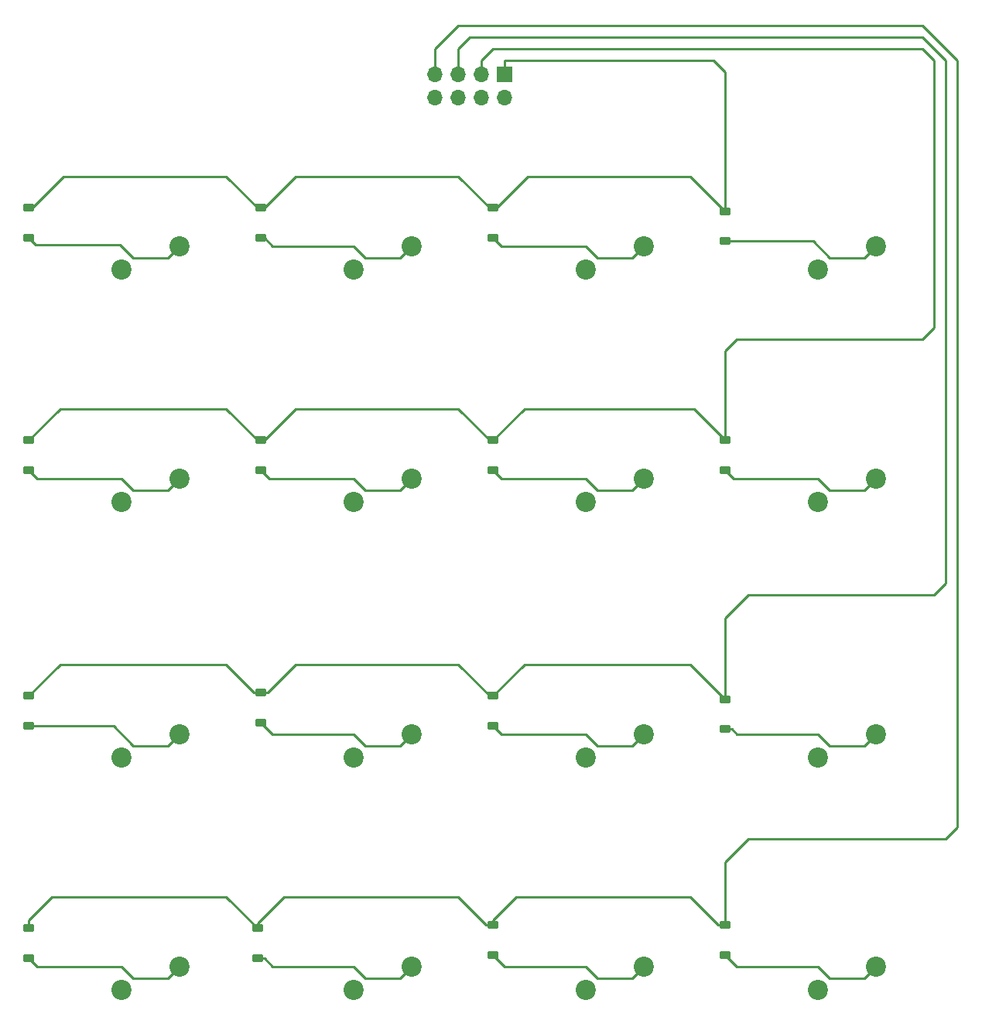
<source format=gbr>
%TF.GenerationSoftware,KiCad,Pcbnew,7.0.9-7.0.9~ubuntu22.04.1*%
%TF.CreationDate,2023-12-14T14:55:03+01:00*%
%TF.ProjectId,odooPad,6f646f6f-5061-4642-9e6b-696361645f70,rev?*%
%TF.SameCoordinates,Original*%
%TF.FileFunction,Copper,L2,Bot*%
%TF.FilePolarity,Positive*%
%FSLAX46Y46*%
G04 Gerber Fmt 4.6, Leading zero omitted, Abs format (unit mm)*
G04 Created by KiCad (PCBNEW 7.0.9-7.0.9~ubuntu22.04.1) date 2023-12-14 14:55:03*
%MOMM*%
%LPD*%
G01*
G04 APERTURE LIST*
G04 Aperture macros list*
%AMRoundRect*
0 Rectangle with rounded corners*
0 $1 Rounding radius*
0 $2 $3 $4 $5 $6 $7 $8 $9 X,Y pos of 4 corners*
0 Add a 4 corners polygon primitive as box body*
4,1,4,$2,$3,$4,$5,$6,$7,$8,$9,$2,$3,0*
0 Add four circle primitives for the rounded corners*
1,1,$1+$1,$2,$3*
1,1,$1+$1,$4,$5*
1,1,$1+$1,$6,$7*
1,1,$1+$1,$8,$9*
0 Add four rect primitives between the rounded corners*
20,1,$1+$1,$2,$3,$4,$5,0*
20,1,$1+$1,$4,$5,$6,$7,0*
20,1,$1+$1,$6,$7,$8,$9,0*
20,1,$1+$1,$8,$9,$2,$3,0*%
G04 Aperture macros list end*
%TA.AperFunction,ComponentPad*%
%ADD10R,1.700000X1.700000*%
%TD*%
%TA.AperFunction,ComponentPad*%
%ADD11O,1.700000X1.700000*%
%TD*%
%TA.AperFunction,ComponentPad*%
%ADD12C,2.200000*%
%TD*%
%TA.AperFunction,SMDPad,CuDef*%
%ADD13RoundRect,0.225000X-0.375000X0.225000X-0.375000X-0.225000X0.375000X-0.225000X0.375000X0.225000X0*%
%TD*%
%TA.AperFunction,Conductor*%
%ADD14C,0.250000*%
%TD*%
G04 APERTURE END LIST*
D10*
%TO.P,Connector1,1,Pin_1*%
%TO.N,Net-(Connector1-Pin_1)*%
X146050000Y-34560000D03*
D11*
%TO.P,Connector1,2,Pin_2*%
%TO.N,Net-(Connector1-Pin_2)*%
X146050000Y-37100000D03*
%TO.P,Connector1,3,Pin_3*%
%TO.N,Net-(Connector1-Pin_3)*%
X143510000Y-34560000D03*
%TO.P,Connector1,4,Pin_4*%
%TO.N,Net-(Connector1-Pin_4)*%
X143510000Y-37100000D03*
%TO.P,Connector1,5,Pin_5*%
%TO.N,Net-(Connector1-Pin_5)*%
X140970000Y-34560000D03*
%TO.P,Connector1,6,Pin_6*%
%TO.N,Net-(Connector1-Pin_6)*%
X140970000Y-37100000D03*
%TO.P,Connector1,7,Pin_7*%
%TO.N,Net-(Connector1-Pin_7)*%
X138430000Y-34560000D03*
%TO.P,Connector1,8,Pin_8*%
%TO.N,Net-(Connector1-Pin_8)*%
X138430000Y-37100000D03*
%TD*%
D12*
%TO.P,SW12,1,1*%
%TO.N,Net-(Connector1-Pin_4)*%
X154940000Y-134620000D03*
%TO.P,SW12,2,2*%
%TO.N,Net-(D12-A)*%
X161290000Y-132080000D03*
%TD*%
%TO.P,SW13,1,1*%
%TO.N,Net-(Connector1-Pin_2)*%
X180340000Y-55880000D03*
%TO.P,SW13,2,2*%
%TO.N,Net-(D13-A)*%
X186690000Y-53340000D03*
%TD*%
%TO.P,SW6,1,1*%
%TO.N,Net-(Connector1-Pin_6)*%
X129540000Y-81280000D03*
%TO.P,SW6,2,2*%
%TO.N,Net-(D6-A)*%
X135890000Y-78740000D03*
%TD*%
%TO.P,SW1,2,2*%
%TO.N,Net-(D1-A)*%
X110490000Y-53340000D03*
%TO.P,SW1,1,1*%
%TO.N,Net-(Connector1-Pin_8)*%
X104140000Y-55880000D03*
%TD*%
%TO.P,SW15,1,1*%
%TO.N,Net-(Connector1-Pin_2)*%
X180340000Y-109220000D03*
%TO.P,SW15,2,2*%
%TO.N,Net-(D15-A)*%
X186690000Y-106680000D03*
%TD*%
%TO.P,SW16,1,1*%
%TO.N,Net-(Connector1-Pin_2)*%
X180340000Y-134620000D03*
%TO.P,SW16,2,2*%
%TO.N,Net-(D16-A)*%
X186690000Y-132080000D03*
%TD*%
%TO.P,SW9,1,1*%
%TO.N,Net-(Connector1-Pin_4)*%
X154940000Y-55880000D03*
%TO.P,SW9,2,2*%
%TO.N,Net-(D9-A)*%
X161290000Y-53340000D03*
%TD*%
%TO.P,SW8,1,1*%
%TO.N,Net-(Connector1-Pin_6)*%
X129540000Y-134620000D03*
%TO.P,SW8,2,2*%
%TO.N,Net-(D8-A)*%
X135890000Y-132080000D03*
%TD*%
%TO.P,SW5,1,1*%
%TO.N,Net-(Connector1-Pin_6)*%
X129540000Y-55880000D03*
%TO.P,SW5,2,2*%
%TO.N,Net-(D5-A)*%
X135890000Y-53340000D03*
%TD*%
%TO.P,SW7,1,1*%
%TO.N,Net-(Connector1-Pin_6)*%
X129540000Y-109220000D03*
%TO.P,SW7,2,2*%
%TO.N,Net-(D7-A)*%
X135890000Y-106680000D03*
%TD*%
%TO.P,SW14,1,1*%
%TO.N,Net-(Connector1-Pin_2)*%
X180340000Y-81280000D03*
%TO.P,SW14,2,2*%
%TO.N,Net-(D14-A)*%
X186690000Y-78740000D03*
%TD*%
%TO.P,SW3,1,1*%
%TO.N,Net-(Connector1-Pin_8)*%
X104140000Y-109220000D03*
%TO.P,SW3,2,2*%
%TO.N,Net-(D3-A)*%
X110490000Y-106680000D03*
%TD*%
%TO.P,SW11,1,1*%
%TO.N,Net-(Connector1-Pin_4)*%
X154940000Y-109220000D03*
%TO.P,SW11,2,2*%
%TO.N,Net-(D11-A)*%
X161290000Y-106680000D03*
%TD*%
%TO.P,SW4,1,1*%
%TO.N,Net-(Connector1-Pin_8)*%
X104140000Y-134620000D03*
%TO.P,SW4,2,2*%
%TO.N,Net-(D4-A)*%
X110490000Y-132080000D03*
%TD*%
%TO.P,SW10,1,1*%
%TO.N,Net-(Connector1-Pin_4)*%
X154940000Y-81280000D03*
%TO.P,SW10,2,2*%
%TO.N,Net-(D10-A)*%
X161290000Y-78740000D03*
%TD*%
%TO.P,SW2,1,1*%
%TO.N,Net-(Connector1-Pin_8)*%
X104140000Y-81280000D03*
%TO.P,SW2,2,2*%
%TO.N,Net-(D2-A)*%
X110490000Y-78740000D03*
%TD*%
D13*
%TO.P,D9,1,K*%
%TO.N,Net-(Connector1-Pin_1)*%
X144780000Y-49150000D03*
%TO.P,D9,2,A*%
%TO.N,Net-(D9-A)*%
X144780000Y-52450000D03*
%TD*%
%TO.P,D6,1,K*%
%TO.N,Net-(Connector1-Pin_3)*%
X119380000Y-74550000D03*
%TO.P,D6,2,A*%
%TO.N,Net-(D6-A)*%
X119380000Y-77850000D03*
%TD*%
%TO.P,D3,1,K*%
%TO.N,Net-(Connector1-Pin_5)*%
X93980000Y-102490000D03*
%TO.P,D3,2,A*%
%TO.N,Net-(D3-A)*%
X93980000Y-105790000D03*
%TD*%
%TO.P,D15,1,K*%
%TO.N,Net-(Connector1-Pin_5)*%
X170180000Y-102870000D03*
%TO.P,D15,2,A*%
%TO.N,Net-(D15-A)*%
X170180000Y-106170000D03*
%TD*%
%TO.P,D5,2,A*%
%TO.N,Net-(D5-A)*%
X119380000Y-52450000D03*
%TO.P,D5,1,K*%
%TO.N,Net-(Connector1-Pin_1)*%
X119380000Y-49150000D03*
%TD*%
%TO.P,D10,1,K*%
%TO.N,Net-(Connector1-Pin_3)*%
X144780000Y-74550000D03*
%TO.P,D10,2,A*%
%TO.N,Net-(D10-A)*%
X144780000Y-77850000D03*
%TD*%
%TO.P,D16,1,K*%
%TO.N,Net-(Connector1-Pin_7)*%
X170180000Y-127510000D03*
%TO.P,D16,2,A*%
%TO.N,Net-(D16-A)*%
X170180000Y-130810000D03*
%TD*%
%TO.P,D8,1,K*%
%TO.N,Net-(Connector1-Pin_7)*%
X119000000Y-127890000D03*
%TO.P,D8,2,A*%
%TO.N,Net-(D8-A)*%
X119000000Y-131190000D03*
%TD*%
%TO.P,D11,1,K*%
%TO.N,Net-(Connector1-Pin_5)*%
X144780000Y-102490000D03*
%TO.P,D11,2,A*%
%TO.N,Net-(D11-A)*%
X144780000Y-105790000D03*
%TD*%
%TO.P,D1,2,A*%
%TO.N,Net-(D1-A)*%
X93980000Y-52450000D03*
%TO.P,D1,1,K*%
%TO.N,Net-(Connector1-Pin_1)*%
X93980000Y-49150000D03*
%TD*%
%TO.P,D12,1,K*%
%TO.N,Net-(Connector1-Pin_7)*%
X144780000Y-127510000D03*
%TO.P,D12,2,A*%
%TO.N,Net-(D12-A)*%
X144780000Y-130810000D03*
%TD*%
%TO.P,D13,1,K*%
%TO.N,Net-(Connector1-Pin_1)*%
X170180000Y-49530000D03*
%TO.P,D13,2,A*%
%TO.N,Net-(D13-A)*%
X170180000Y-52830000D03*
%TD*%
%TO.P,D7,1,K*%
%TO.N,Net-(Connector1-Pin_5)*%
X119380000Y-102110000D03*
%TO.P,D7,2,A*%
%TO.N,Net-(D7-A)*%
X119380000Y-105410000D03*
%TD*%
%TO.P,D4,1,K*%
%TO.N,Net-(Connector1-Pin_7)*%
X93980000Y-127890000D03*
%TO.P,D4,2,A*%
%TO.N,Net-(D4-A)*%
X93980000Y-131190000D03*
%TD*%
%TO.P,D14,1,K*%
%TO.N,Net-(Connector1-Pin_3)*%
X170180000Y-74550000D03*
%TO.P,D14,2,A*%
%TO.N,Net-(D14-A)*%
X170180000Y-77850000D03*
%TD*%
%TO.P,D2,1,K*%
%TO.N,Net-(Connector1-Pin_3)*%
X93980000Y-74550000D03*
%TO.P,D2,2,A*%
%TO.N,Net-(D2-A)*%
X93980000Y-77850000D03*
%TD*%
D14*
%TO.N,Net-(Connector1-Pin_1)*%
X170180000Y-49530000D02*
X170180000Y-34290000D01*
X170180000Y-34290000D02*
X168910000Y-33020000D01*
X146050000Y-33020000D02*
X146050000Y-34560000D01*
X168910000Y-33020000D02*
X146050000Y-33020000D01*
%TO.N,Net-(Connector1-Pin_3)*%
X170180000Y-74550000D02*
X170180000Y-64770000D01*
X170180000Y-64770000D02*
X171450000Y-63500000D01*
X191770000Y-31750000D02*
X144780000Y-31750000D01*
X171450000Y-63500000D02*
X191770000Y-63500000D01*
X191770000Y-63500000D02*
X193040000Y-62230000D01*
X193040000Y-62230000D02*
X193040000Y-33020000D01*
X193040000Y-33020000D02*
X191770000Y-31750000D01*
X144780000Y-31750000D02*
X143510000Y-33020000D01*
X143510000Y-33020000D02*
X143510000Y-34560000D01*
%TO.N,Net-(Connector1-Pin_5)*%
X170180000Y-102870000D02*
X170180000Y-93980000D01*
X170180000Y-93980000D02*
X172720000Y-91440000D01*
X172720000Y-91440000D02*
X193040000Y-91440000D01*
X193040000Y-91440000D02*
X194310000Y-90170000D01*
X194310000Y-90170000D02*
X194310000Y-33020000D01*
X194310000Y-33020000D02*
X191770000Y-30480000D01*
X191770000Y-30480000D02*
X142240000Y-30480000D01*
X142240000Y-30480000D02*
X140970000Y-31750000D01*
X140970000Y-31750000D02*
X140970000Y-34560000D01*
%TO.N,Net-(Connector1-Pin_7)*%
X170180000Y-127510000D02*
X170180000Y-120650000D01*
X194310000Y-118110000D02*
X195580000Y-116840000D01*
X170180000Y-120650000D02*
X172720000Y-118110000D01*
X172720000Y-118110000D02*
X194310000Y-118110000D01*
X195580000Y-116840000D02*
X195580000Y-33020000D01*
X140970000Y-29210000D02*
X138430000Y-31750000D01*
X195580000Y-33020000D02*
X191770000Y-29210000D01*
X191770000Y-29210000D02*
X140970000Y-29210000D01*
X138430000Y-31750000D02*
X138430000Y-34560000D01*
%TO.N,Net-(D1-A)*%
X93980000Y-52450000D02*
X94705000Y-53175000D01*
X103975000Y-53175000D02*
X105410000Y-54610000D01*
X105410000Y-54610000D02*
X109220000Y-54610000D01*
X109220000Y-54610000D02*
X110490000Y-53340000D01*
X94705000Y-53175000D02*
X103975000Y-53175000D01*
%TO.N,Net-(D2-A)*%
X104140000Y-78740000D02*
X94870000Y-78740000D01*
X109220000Y-80010000D02*
X105410000Y-80010000D01*
X105410000Y-80010000D02*
X104140000Y-78740000D01*
X94870000Y-78740000D02*
X93980000Y-77850000D01*
X110490000Y-78740000D02*
X109220000Y-80010000D01*
%TO.N,Net-(D3-A)*%
X103250000Y-105790000D02*
X93980000Y-105790000D01*
X109220000Y-107950000D02*
X105410000Y-107950000D01*
X110490000Y-106680000D02*
X109220000Y-107950000D01*
X105410000Y-107950000D02*
X103250000Y-105790000D01*
%TO.N,Net-(D4-A)*%
X109220000Y-133350000D02*
X105410000Y-133350000D01*
X110490000Y-132080000D02*
X109220000Y-133350000D01*
X94870000Y-132080000D02*
X93980000Y-131190000D01*
X104140000Y-132080000D02*
X94870000Y-132080000D01*
X105410000Y-133350000D02*
X104140000Y-132080000D01*
%TO.N,Net-(D5-A)*%
X120650000Y-53340000D02*
X129540000Y-53340000D01*
X134620000Y-54610000D02*
X135890000Y-53340000D01*
X119380000Y-52450000D02*
X119760000Y-52450000D01*
X129540000Y-53340000D02*
X130810000Y-54610000D01*
X130810000Y-54610000D02*
X134620000Y-54610000D01*
X119760000Y-52450000D02*
X120650000Y-53340000D01*
%TO.N,Net-(D6-A)*%
X120270000Y-78740000D02*
X119380000Y-77850000D01*
X130810000Y-80010000D02*
X129540000Y-78740000D01*
X135890000Y-78740000D02*
X134620000Y-80010000D01*
X129540000Y-78740000D02*
X120270000Y-78740000D01*
X134620000Y-80010000D02*
X130810000Y-80010000D01*
%TO.N,Net-(D7-A)*%
X120650000Y-106680000D02*
X119380000Y-105410000D01*
X134620000Y-107950000D02*
X130810000Y-107950000D01*
X130810000Y-107950000D02*
X129540000Y-106680000D01*
X135890000Y-106680000D02*
X134620000Y-107950000D01*
X129540000Y-106680000D02*
X120650000Y-106680000D01*
%TO.N,Net-(D8-A)*%
X130810000Y-133350000D02*
X129540000Y-132080000D01*
X134620000Y-133350000D02*
X130810000Y-133350000D01*
X120650000Y-132080000D02*
X119760000Y-131190000D01*
X119760000Y-131190000D02*
X119000000Y-131190000D01*
X135890000Y-132080000D02*
X134620000Y-133350000D01*
X129540000Y-132080000D02*
X120650000Y-132080000D01*
%TO.N,Net-(D9-A)*%
X145670000Y-53340000D02*
X154940000Y-53340000D01*
X154940000Y-53340000D02*
X156210000Y-54610000D01*
X144780000Y-52450000D02*
X145670000Y-53340000D01*
X156210000Y-54610000D02*
X160020000Y-54610000D01*
X160020000Y-54610000D02*
X161290000Y-53340000D01*
%TO.N,Net-(D10-A)*%
X154940000Y-78740000D02*
X145670000Y-78740000D01*
X156210000Y-80010000D02*
X154940000Y-78740000D01*
X160020000Y-80010000D02*
X156210000Y-80010000D01*
X145670000Y-78740000D02*
X144780000Y-77850000D01*
X161290000Y-78740000D02*
X160020000Y-80010000D01*
%TO.N,Net-(D11-A)*%
X156210000Y-107950000D02*
X154940000Y-106680000D01*
X154940000Y-106680000D02*
X145670000Y-106680000D01*
X160020000Y-107950000D02*
X156210000Y-107950000D01*
X145670000Y-106680000D02*
X144780000Y-105790000D01*
X161290000Y-106680000D02*
X160020000Y-107950000D01*
%TO.N,Net-(D12-A)*%
X146050000Y-132080000D02*
X144780000Y-130810000D01*
X160020000Y-133350000D02*
X156210000Y-133350000D01*
X156210000Y-133350000D02*
X154940000Y-132080000D01*
X154940000Y-132080000D02*
X146050000Y-132080000D01*
X161290000Y-132080000D02*
X160020000Y-133350000D01*
%TO.N,Net-(D13-A)*%
X181610000Y-54610000D02*
X179830000Y-52830000D01*
X185420000Y-54610000D02*
X181610000Y-54610000D01*
X186690000Y-53340000D02*
X185420000Y-54610000D01*
X179830000Y-52830000D02*
X170180000Y-52830000D01*
%TO.N,Net-(D14-A)*%
X180340000Y-78740000D02*
X171070000Y-78740000D01*
X186690000Y-78740000D02*
X185420000Y-80010000D01*
X181610000Y-80010000D02*
X180340000Y-78740000D01*
X171070000Y-78740000D02*
X170180000Y-77850000D01*
X185420000Y-80010000D02*
X181610000Y-80010000D01*
%TO.N,Net-(D15-A)*%
X185420000Y-107950000D02*
X181610000Y-107950000D01*
X186690000Y-106680000D02*
X185420000Y-107950000D01*
X180340000Y-106680000D02*
X171450000Y-106680000D01*
X170940000Y-106170000D02*
X170180000Y-106170000D01*
X171450000Y-106680000D02*
X170940000Y-106170000D01*
X181610000Y-107950000D02*
X180340000Y-106680000D01*
%TO.N,Net-(D16-A)*%
X186690000Y-132080000D02*
X185420000Y-133350000D01*
X180340000Y-132080000D02*
X171450000Y-132080000D01*
X181610000Y-133350000D02*
X180340000Y-132080000D01*
X185420000Y-133350000D02*
X181610000Y-133350000D01*
X171450000Y-132080000D02*
X170180000Y-130810000D01*
%TO.N,Net-(Connector1-Pin_7)*%
X169420000Y-127510000D02*
X170180000Y-127510000D01*
X144020000Y-127510000D02*
X144780000Y-127510000D01*
X93980000Y-127890000D02*
X93980000Y-127000000D01*
X93980000Y-127000000D02*
X96520000Y-124460000D01*
X166370000Y-124460000D02*
X169420000Y-127510000D01*
X119000000Y-127890000D02*
X119000000Y-127380000D01*
X121920000Y-124460000D02*
X140970000Y-124460000D01*
X147320000Y-124460000D02*
X166370000Y-124460000D01*
X144780000Y-127510000D02*
X144780000Y-127000000D01*
X119000000Y-127380000D02*
X121920000Y-124460000D01*
X115570000Y-124460000D02*
X119000000Y-127890000D01*
X144780000Y-127000000D02*
X147320000Y-124460000D01*
X140970000Y-124460000D02*
X144020000Y-127510000D01*
X96520000Y-124460000D02*
X115570000Y-124460000D01*
%TO.N,Net-(Connector1-Pin_5)*%
X119380000Y-102110000D02*
X120140000Y-102110000D01*
X140970000Y-99060000D02*
X144400000Y-102490000D01*
X148210000Y-99060000D02*
X166370000Y-99060000D01*
X144400000Y-102490000D02*
X144780000Y-102490000D01*
X120140000Y-102110000D02*
X123190000Y-99060000D01*
X118620000Y-102110000D02*
X119380000Y-102110000D01*
X123190000Y-99060000D02*
X140970000Y-99060000D01*
X115570000Y-99060000D02*
X118620000Y-102110000D01*
X97410000Y-99060000D02*
X115570000Y-99060000D01*
X144780000Y-102490000D02*
X148210000Y-99060000D01*
X166370000Y-99060000D02*
X170180000Y-102870000D01*
X93980000Y-102490000D02*
X97410000Y-99060000D01*
%TO.N,Net-(Connector1-Pin_3)*%
X148210000Y-71120000D02*
X166750000Y-71120000D01*
X166750000Y-71120000D02*
X170180000Y-74550000D01*
X119380000Y-74550000D02*
X119760000Y-74550000D01*
X140970000Y-71120000D02*
X144400000Y-74550000D01*
X93980000Y-74550000D02*
X97410000Y-71120000D01*
X97410000Y-71120000D02*
X115570000Y-71120000D01*
X144780000Y-74550000D02*
X148210000Y-71120000D01*
X115570000Y-71120000D02*
X119000000Y-74550000D01*
X144400000Y-74550000D02*
X144780000Y-74550000D01*
X119000000Y-74550000D02*
X119380000Y-74550000D01*
X119760000Y-74550000D02*
X123190000Y-71120000D01*
X123190000Y-71120000D02*
X140970000Y-71120000D01*
%TO.N,Net-(Connector1-Pin_1)*%
X93980000Y-49150000D02*
X94360000Y-49150000D01*
X140970000Y-45720000D02*
X144400000Y-49150000D01*
X115570000Y-45720000D02*
X119000000Y-49150000D01*
X166370000Y-45720000D02*
X170180000Y-49530000D01*
X144780000Y-49150000D02*
X145160000Y-49150000D01*
X123190000Y-45720000D02*
X140970000Y-45720000D01*
X144400000Y-49150000D02*
X144780000Y-49150000D01*
X119380000Y-49150000D02*
X119760000Y-49150000D01*
X119000000Y-49150000D02*
X119380000Y-49150000D01*
X148590000Y-45720000D02*
X166370000Y-45720000D01*
X145160000Y-49150000D02*
X148590000Y-45720000D01*
X97790000Y-45720000D02*
X115570000Y-45720000D01*
X119760000Y-49150000D02*
X123190000Y-45720000D01*
X94360000Y-49150000D02*
X97790000Y-45720000D01*
%TD*%
M02*

</source>
